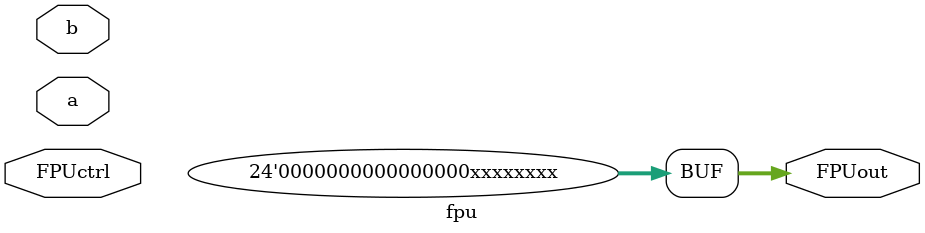
<source format=sv>
module fpu #(
    parameter ADDR_WIDTH = 32,
              DATA_WIDTH = 32,
              WIDTH = 32
)(
    input   wire logic [WIDTH - 1:0] a,
    input   wire logic [WIDTH - 1:0] b,
    input   wire logic [2:0]         FPUctrl,
    output  wire logic [23:0] FPUout
);

    logic [WIDTH - 1:0] result_std;
    logic [WIDTH - 1:0] result_mul;
    logic [WIDTH - 1:0] result_abs;
    logic [WIDTH - 1:0] result_neg;

    // Floating-point standard operations (addition, subtraction, max, min)
    fp_std fp_std_inst (
        .a(a),
        .b(b),
        .op(FPUctrl[2:0]),
        .result(result_std)
    );

    fp_mul fp_mul_inst (
        .a(a),
        .b(b),
        .result(result_mul)
    );

    fp_abs fp_abs_inst (
        .a(a),
        .result(result_abs)
    );

    fp_neg fp_neg_inst (
        .a(a),
        .result(result_neg)
    );

    /*
    Notes:
    - No need rounding, we're not doing a fully IEEE 754 compliant implementation
    - Need to:
        - Store implicit 1
        - Complete fp_std
        - Implement fp_mul
        - Just cut out the last 8 bits for everything
    */

    always_comb begin
        case(FPUctrl)
            3'b000, 3'b001, 3'b011, 3'b100: result = result_std;
            3'b010: result = result_mul; 
            3'b101: result = result_abs;
            3'b110: result = result_neg;
            default: result = 0;     
        endcase
    end

    assign FPUout = result[31:24];

endmodule

</source>
